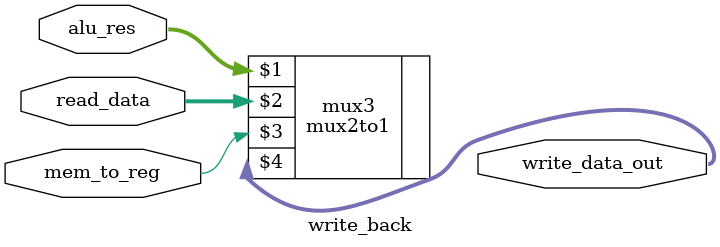
<source format=v>
`include "mux.v"

module write_back (

    input mem_to_reg,
    input [31:0] alu_res,
    input [31:0] read_data,

    output [31:0] write_data_out

);

    // Write your code below.

    mux2to1 #(32) mux3(alu_res, read_data, mem_to_reg, write_data_out);

endmodule

</source>
